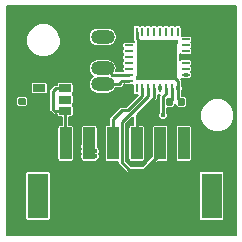
<source format=gbr>
G04 #@! TF.GenerationSoftware,KiCad,Pcbnew,5.0.1-33cea8e~67~ubuntu16.04.1*
G04 #@! TF.CreationDate,2018-10-18T10:52:16-04:00*
G04 #@! TF.ProjectId,IMU Breakout,494D5520427265616B6F75742E6B6963,rev?*
G04 #@! TF.SameCoordinates,Original*
G04 #@! TF.FileFunction,Copper,L1,Top,Signal*
G04 #@! TF.FilePolarity,Positive*
%FSLAX46Y46*%
G04 Gerber Fmt 4.6, Leading zero omitted, Abs format (unit mm)*
G04 Created by KiCad (PCBNEW 5.0.1-33cea8e~67~ubuntu16.04.1) date Thu 18 Oct 2018 10:52:16 AM EDT*
%MOMM*%
%LPD*%
G01*
G04 APERTURE LIST*
G04 #@! TA.AperFunction,Conductor*
%ADD10C,0.100000*%
G04 #@! TD*
G04 #@! TA.AperFunction,SMDPad,CuDef*
%ADD11C,0.590000*%
G04 #@! TD*
G04 #@! TA.AperFunction,SMDPad,CuDef*
%ADD12R,1.000000X2.700000*%
G04 #@! TD*
G04 #@! TA.AperFunction,SMDPad,CuDef*
%ADD13R,1.800000X3.800000*%
G04 #@! TD*
G04 #@! TA.AperFunction,SMDPad,CuDef*
%ADD14R,0.700000X0.250000*%
G04 #@! TD*
G04 #@! TA.AperFunction,SMDPad,CuDef*
%ADD15R,0.250000X0.700000*%
G04 #@! TD*
G04 #@! TA.AperFunction,SMDPad,CuDef*
%ADD16R,3.450000X3.450000*%
G04 #@! TD*
G04 #@! TA.AperFunction,SMDPad,CuDef*
%ADD17R,1.060000X0.650000*%
G04 #@! TD*
G04 #@! TA.AperFunction,SMDPad,CuDef*
%ADD18O,2.000000X1.200000*%
G04 #@! TD*
G04 #@! TA.AperFunction,ViaPad*
%ADD19C,0.400000*%
G04 #@! TD*
G04 #@! TA.AperFunction,Conductor*
%ADD20C,0.250000*%
G04 #@! TD*
G04 #@! TA.AperFunction,Conductor*
%ADD21C,0.127000*%
G04 #@! TD*
G04 APERTURE END LIST*
D10*
G04 #@! TO.N,+3V3*
G04 #@! TO.C,C6*
G36*
X1806958Y-9040710D02*
X1821276Y-9042834D01*
X1835317Y-9046351D01*
X1848946Y-9051228D01*
X1862031Y-9057417D01*
X1874447Y-9064858D01*
X1886073Y-9073481D01*
X1896798Y-9083202D01*
X1906519Y-9093927D01*
X1915142Y-9105553D01*
X1922583Y-9117969D01*
X1928772Y-9131054D01*
X1933649Y-9144683D01*
X1937166Y-9158724D01*
X1939290Y-9173042D01*
X1940000Y-9187500D01*
X1940000Y-9482500D01*
X1939290Y-9496958D01*
X1937166Y-9511276D01*
X1933649Y-9525317D01*
X1928772Y-9538946D01*
X1922583Y-9552031D01*
X1915142Y-9564447D01*
X1906519Y-9576073D01*
X1896798Y-9586798D01*
X1886073Y-9596519D01*
X1874447Y-9605142D01*
X1862031Y-9612583D01*
X1848946Y-9618772D01*
X1835317Y-9623649D01*
X1821276Y-9627166D01*
X1806958Y-9629290D01*
X1792500Y-9630000D01*
X1447500Y-9630000D01*
X1433042Y-9629290D01*
X1418724Y-9627166D01*
X1404683Y-9623649D01*
X1391054Y-9618772D01*
X1377969Y-9612583D01*
X1365553Y-9605142D01*
X1353927Y-9596519D01*
X1343202Y-9586798D01*
X1333481Y-9576073D01*
X1324858Y-9564447D01*
X1317417Y-9552031D01*
X1311228Y-9538946D01*
X1306351Y-9525317D01*
X1302834Y-9511276D01*
X1300710Y-9496958D01*
X1300000Y-9482500D01*
X1300000Y-9187500D01*
X1300710Y-9173042D01*
X1302834Y-9158724D01*
X1306351Y-9144683D01*
X1311228Y-9131054D01*
X1317417Y-9117969D01*
X1324858Y-9105553D01*
X1333481Y-9093927D01*
X1343202Y-9083202D01*
X1353927Y-9073481D01*
X1365553Y-9064858D01*
X1377969Y-9057417D01*
X1391054Y-9051228D01*
X1404683Y-9046351D01*
X1418724Y-9042834D01*
X1433042Y-9040710D01*
X1447500Y-9040000D01*
X1792500Y-9040000D01*
X1806958Y-9040710D01*
X1806958Y-9040710D01*
G37*
D11*
G04 #@! TD*
G04 #@! TO.P,C6,2*
G04 #@! TO.N,+3V3*
X1620000Y-9335000D03*
D10*
G04 #@! TO.N,GND*
G04 #@! TO.C,C6*
G36*
X1806958Y-8070710D02*
X1821276Y-8072834D01*
X1835317Y-8076351D01*
X1848946Y-8081228D01*
X1862031Y-8087417D01*
X1874447Y-8094858D01*
X1886073Y-8103481D01*
X1896798Y-8113202D01*
X1906519Y-8123927D01*
X1915142Y-8135553D01*
X1922583Y-8147969D01*
X1928772Y-8161054D01*
X1933649Y-8174683D01*
X1937166Y-8188724D01*
X1939290Y-8203042D01*
X1940000Y-8217500D01*
X1940000Y-8512500D01*
X1939290Y-8526958D01*
X1937166Y-8541276D01*
X1933649Y-8555317D01*
X1928772Y-8568946D01*
X1922583Y-8582031D01*
X1915142Y-8594447D01*
X1906519Y-8606073D01*
X1896798Y-8616798D01*
X1886073Y-8626519D01*
X1874447Y-8635142D01*
X1862031Y-8642583D01*
X1848946Y-8648772D01*
X1835317Y-8653649D01*
X1821276Y-8657166D01*
X1806958Y-8659290D01*
X1792500Y-8660000D01*
X1447500Y-8660000D01*
X1433042Y-8659290D01*
X1418724Y-8657166D01*
X1404683Y-8653649D01*
X1391054Y-8648772D01*
X1377969Y-8642583D01*
X1365553Y-8635142D01*
X1353927Y-8626519D01*
X1343202Y-8616798D01*
X1333481Y-8606073D01*
X1324858Y-8594447D01*
X1317417Y-8582031D01*
X1311228Y-8568946D01*
X1306351Y-8555317D01*
X1302834Y-8541276D01*
X1300710Y-8526958D01*
X1300000Y-8512500D01*
X1300000Y-8217500D01*
X1300710Y-8203042D01*
X1302834Y-8188724D01*
X1306351Y-8174683D01*
X1311228Y-8161054D01*
X1317417Y-8147969D01*
X1324858Y-8135553D01*
X1333481Y-8123927D01*
X1343202Y-8113202D01*
X1353927Y-8103481D01*
X1365553Y-8094858D01*
X1377969Y-8087417D01*
X1391054Y-8081228D01*
X1404683Y-8076351D01*
X1418724Y-8072834D01*
X1433042Y-8070710D01*
X1447500Y-8070000D01*
X1792500Y-8070000D01*
X1806958Y-8070710D01*
X1806958Y-8070710D01*
G37*
D11*
G04 #@! TD*
G04 #@! TO.P,C6,1*
G04 #@! TO.N,GND*
X1620000Y-8365000D03*
D12*
G04 #@! TO.P,J1,1*
G04 #@! TO.N,+BATT*
X5300000Y-11920000D03*
G04 #@! TO.P,J1,2*
G04 #@! TO.N,GND*
X7300000Y-11920000D03*
G04 #@! TO.P,J1,3*
G04 #@! TO.N,SCK*
X9300000Y-11920000D03*
G04 #@! TO.P,J1,4*
G04 #@! TO.N,MOSI*
X11300000Y-11920000D03*
G04 #@! TO.P,J1,5*
G04 #@! TO.N,MISO*
X13300000Y-11920000D03*
G04 #@! TO.P,J1,6*
G04 #@! TO.N,CS*
X15300000Y-11920000D03*
D13*
G04 #@! TO.P,J1,MP*
G04 #@! TO.N,N/C*
X2950000Y-16370000D03*
X17650000Y-16370000D03*
G04 #@! TD*
D14*
G04 #@! TO.P,U1,1*
G04 #@! TO.N,+3V3*
X15450000Y-6610000D03*
G04 #@! TO.P,U1,2*
G04 #@! TO.N,CS*
X15450000Y-6110000D03*
G04 #@! TO.P,U1,3*
G04 #@! TO.N,N/C*
X15450000Y-5610000D03*
G04 #@! TO.P,U1,4*
X15450000Y-5110000D03*
G04 #@! TO.P,U1,5*
G04 #@! TO.N,+3V3*
X15450000Y-4610000D03*
G04 #@! TO.P,U1,6*
G04 #@! TO.N,N/C*
X15450000Y-4110000D03*
G04 #@! TO.P,U1,7*
X15450000Y-3610000D03*
G04 #@! TO.P,U1,8*
X15450000Y-3110000D03*
D15*
G04 #@! TO.P,U1,9*
X14800000Y-2460000D03*
G04 #@! TO.P,U1,10*
X14300000Y-2460000D03*
G04 #@! TO.P,U1,11*
X13800000Y-2460000D03*
G04 #@! TO.P,U1,12*
X13300000Y-2460000D03*
G04 #@! TO.P,U1,13*
X12800000Y-2460000D03*
G04 #@! TO.P,U1,14*
X12300000Y-2460000D03*
G04 #@! TO.P,U1,15*
X11800000Y-2460000D03*
G04 #@! TO.P,U1,16*
G04 #@! TO.N,GND*
X11300000Y-2460000D03*
D14*
G04 #@! TO.P,U1,17*
G04 #@! TO.N,+3V3*
X10650000Y-3110000D03*
G04 #@! TO.P,U1,18*
G04 #@! TO.N,N/C*
X10650000Y-3610000D03*
G04 #@! TO.P,U1,19*
X10650000Y-4110000D03*
G04 #@! TO.P,U1,20*
X10650000Y-4610000D03*
G04 #@! TO.P,U1,21*
X10650000Y-5110000D03*
G04 #@! TO.P,U1,22*
X10650000Y-5610000D03*
G04 #@! TO.P,U1,23*
G04 #@! TO.N,SWDIO*
X10650000Y-6110000D03*
G04 #@! TO.P,U1,24*
G04 #@! TO.N,SWCLK*
X10650000Y-6610000D03*
D15*
G04 #@! TO.P,U1,25*
G04 #@! TO.N,N/C*
X11300000Y-7260000D03*
G04 #@! TO.P,U1,26*
G04 #@! TO.N,SCK*
X11800000Y-7260000D03*
G04 #@! TO.P,U1,27*
G04 #@! TO.N,MISO*
X12300000Y-7260000D03*
G04 #@! TO.P,U1,28*
G04 #@! TO.N,MOSI*
X12800000Y-7260000D03*
G04 #@! TO.P,U1,29*
G04 #@! TO.N,SCL*
X13300000Y-7260000D03*
G04 #@! TO.P,U1,30*
G04 #@! TO.N,SDA*
X13800000Y-7260000D03*
G04 #@! TO.P,U1,31*
G04 #@! TO.N,Net-(R1-Pad2)*
X14300000Y-7260000D03*
G04 #@! TO.P,U1,32*
G04 #@! TO.N,GND*
X14800000Y-7260000D03*
D16*
G04 #@! TO.P,U1,33*
X13050000Y-4860000D03*
G04 #@! TD*
D17*
G04 #@! TO.P,U3,1*
G04 #@! TO.N,+BATT*
X5250000Y-9150000D03*
G04 #@! TO.P,U3,2*
G04 #@! TO.N,GND*
X5250000Y-8200000D03*
G04 #@! TO.P,U3,3*
G04 #@! TO.N,+BATT*
X5250000Y-7250000D03*
G04 #@! TO.P,U3,4*
G04 #@! TO.N,N/C*
X3050000Y-7250000D03*
G04 #@! TO.P,U3,5*
G04 #@! TO.N,+3V3*
X3050000Y-9150000D03*
G04 #@! TD*
D10*
G04 #@! TO.N,GND*
G04 #@! TO.C,R1*
G36*
X15241958Y-8090710D02*
X15256276Y-8092834D01*
X15270317Y-8096351D01*
X15283946Y-8101228D01*
X15297031Y-8107417D01*
X15309447Y-8114858D01*
X15321073Y-8123481D01*
X15331798Y-8133202D01*
X15341519Y-8143927D01*
X15350142Y-8155553D01*
X15357583Y-8167969D01*
X15363772Y-8181054D01*
X15368649Y-8194683D01*
X15372166Y-8208724D01*
X15374290Y-8223042D01*
X15375000Y-8237500D01*
X15375000Y-8582500D01*
X15374290Y-8596958D01*
X15372166Y-8611276D01*
X15368649Y-8625317D01*
X15363772Y-8638946D01*
X15357583Y-8652031D01*
X15350142Y-8664447D01*
X15341519Y-8676073D01*
X15331798Y-8686798D01*
X15321073Y-8696519D01*
X15309447Y-8705142D01*
X15297031Y-8712583D01*
X15283946Y-8718772D01*
X15270317Y-8723649D01*
X15256276Y-8727166D01*
X15241958Y-8729290D01*
X15227500Y-8730000D01*
X14932500Y-8730000D01*
X14918042Y-8729290D01*
X14903724Y-8727166D01*
X14889683Y-8723649D01*
X14876054Y-8718772D01*
X14862969Y-8712583D01*
X14850553Y-8705142D01*
X14838927Y-8696519D01*
X14828202Y-8686798D01*
X14818481Y-8676073D01*
X14809858Y-8664447D01*
X14802417Y-8652031D01*
X14796228Y-8638946D01*
X14791351Y-8625317D01*
X14787834Y-8611276D01*
X14785710Y-8596958D01*
X14785000Y-8582500D01*
X14785000Y-8237500D01*
X14785710Y-8223042D01*
X14787834Y-8208724D01*
X14791351Y-8194683D01*
X14796228Y-8181054D01*
X14802417Y-8167969D01*
X14809858Y-8155553D01*
X14818481Y-8143927D01*
X14828202Y-8133202D01*
X14838927Y-8123481D01*
X14850553Y-8114858D01*
X14862969Y-8107417D01*
X14876054Y-8101228D01*
X14889683Y-8096351D01*
X14903724Y-8092834D01*
X14918042Y-8090710D01*
X14932500Y-8090000D01*
X15227500Y-8090000D01*
X15241958Y-8090710D01*
X15241958Y-8090710D01*
G37*
D11*
G04 #@! TD*
G04 #@! TO.P,R1,1*
G04 #@! TO.N,GND*
X15080000Y-8410000D03*
D10*
G04 #@! TO.N,Net-(R1-Pad2)*
G04 #@! TO.C,R1*
G36*
X14271958Y-8090710D02*
X14286276Y-8092834D01*
X14300317Y-8096351D01*
X14313946Y-8101228D01*
X14327031Y-8107417D01*
X14339447Y-8114858D01*
X14351073Y-8123481D01*
X14361798Y-8133202D01*
X14371519Y-8143927D01*
X14380142Y-8155553D01*
X14387583Y-8167969D01*
X14393772Y-8181054D01*
X14398649Y-8194683D01*
X14402166Y-8208724D01*
X14404290Y-8223042D01*
X14405000Y-8237500D01*
X14405000Y-8582500D01*
X14404290Y-8596958D01*
X14402166Y-8611276D01*
X14398649Y-8625317D01*
X14393772Y-8638946D01*
X14387583Y-8652031D01*
X14380142Y-8664447D01*
X14371519Y-8676073D01*
X14361798Y-8686798D01*
X14351073Y-8696519D01*
X14339447Y-8705142D01*
X14327031Y-8712583D01*
X14313946Y-8718772D01*
X14300317Y-8723649D01*
X14286276Y-8727166D01*
X14271958Y-8729290D01*
X14257500Y-8730000D01*
X13962500Y-8730000D01*
X13948042Y-8729290D01*
X13933724Y-8727166D01*
X13919683Y-8723649D01*
X13906054Y-8718772D01*
X13892969Y-8712583D01*
X13880553Y-8705142D01*
X13868927Y-8696519D01*
X13858202Y-8686798D01*
X13848481Y-8676073D01*
X13839858Y-8664447D01*
X13832417Y-8652031D01*
X13826228Y-8638946D01*
X13821351Y-8625317D01*
X13817834Y-8611276D01*
X13815710Y-8596958D01*
X13815000Y-8582500D01*
X13815000Y-8237500D01*
X13815710Y-8223042D01*
X13817834Y-8208724D01*
X13821351Y-8194683D01*
X13826228Y-8181054D01*
X13832417Y-8167969D01*
X13839858Y-8155553D01*
X13848481Y-8143927D01*
X13858202Y-8133202D01*
X13868927Y-8123481D01*
X13880553Y-8114858D01*
X13892969Y-8107417D01*
X13906054Y-8101228D01*
X13919683Y-8096351D01*
X13933724Y-8092834D01*
X13948042Y-8090710D01*
X13962500Y-8090000D01*
X14257500Y-8090000D01*
X14271958Y-8090710D01*
X14271958Y-8090710D01*
G37*
D11*
G04 #@! TD*
G04 #@! TO.P,R1,2*
G04 #@! TO.N,Net-(R1-Pad2)*
X14110000Y-8410000D03*
D18*
G04 #@! TO.P,J2,1*
G04 #@! TO.N,SWCLK*
X8440000Y-6910000D03*
G04 #@! TO.P,J2,2*
G04 #@! TO.N,SWDIO*
X8440000Y-5570000D03*
G04 #@! TO.P,J2,3*
G04 #@! TO.N,+3V3*
X8440000Y-4250000D03*
G04 #@! TO.P,J2,4*
G04 #@! TO.N,GND*
X8440000Y-2910000D03*
G04 #@! TD*
D19*
G04 #@! TO.N,GND*
X7370000Y-12180000D03*
X6910000Y-12180000D03*
X6910000Y-12600000D03*
X7360000Y-12600000D03*
X7780000Y-12590000D03*
X7800000Y-13010000D03*
X7390000Y-13010000D03*
X6930000Y-13010000D03*
X1630000Y-8340000D03*
X5250000Y-8190000D03*
X14560000Y-6370000D03*
X11460000Y-6410000D03*
X13160000Y-4670000D03*
X14620000Y-3320000D03*
X11510000Y-3340000D03*
X15080000Y-8410000D03*
X14800000Y-7260000D03*
X8440000Y-2910000D03*
G04 #@! TO.N,+BATT*
X5280000Y-9180000D03*
G04 #@! TO.N,+3V3*
X8250000Y-11650000D03*
X7600000Y-9760000D03*
X10230000Y-8350000D03*
X6710000Y-9790000D03*
G04 #@! TO.N,CS*
X15450000Y-6110000D03*
X15300000Y-11920000D03*
G04 #@! TO.N,SCL*
X13300000Y-7260000D03*
G04 #@! TO.N,SDA*
X13530000Y-9550000D03*
G04 #@! TD*
D20*
G04 #@! TO.N,GND*
X14800000Y-8130000D02*
X15080000Y-8410000D01*
X14800000Y-7260000D02*
X14800000Y-7260000D01*
X15080000Y-8410000D02*
X15080000Y-8410000D01*
X14800000Y-7260000D02*
X14800000Y-8130000D01*
X11300000Y-3110000D02*
X13050000Y-4860000D01*
X11300000Y-2460000D02*
X11300000Y-3110000D01*
X14800000Y-6610000D02*
X13050000Y-4860000D01*
X14800000Y-7260000D02*
X14800000Y-6610000D01*
G04 #@! TO.N,+BATT*
X4470000Y-7250000D02*
X4220000Y-7500000D01*
X5250000Y-7250000D02*
X4470000Y-7250000D01*
X4220000Y-7500000D02*
X4220000Y-9020000D01*
X4350000Y-9150000D02*
X5250000Y-9150000D01*
X4220000Y-9020000D02*
X4350000Y-9150000D01*
X5280000Y-11900000D02*
X5300000Y-11920000D01*
X5280000Y-9180000D02*
X5280000Y-11900000D01*
G04 #@! TO.N,SCK*
X11800000Y-7860000D02*
X10550000Y-9110000D01*
X11800000Y-7260000D02*
X11800000Y-7860000D01*
X10550000Y-9110000D02*
X10070000Y-9110000D01*
X9300000Y-9880000D02*
X9300000Y-11920000D01*
X10070000Y-9110000D02*
X9300000Y-9880000D01*
G04 #@! TO.N,MOSI*
X12800000Y-7260000D02*
X12800000Y-8030000D01*
X11300000Y-9530000D02*
X11300000Y-11920000D01*
X12800000Y-8030000D02*
X11300000Y-9530000D01*
G04 #@! TO.N,MISO*
X13300000Y-12770000D02*
X13300000Y-11920000D01*
X11940000Y-14130000D02*
X13300000Y-12770000D01*
X10660000Y-14130000D02*
X11940000Y-14130000D01*
X12300000Y-7260000D02*
X12300000Y-7893172D01*
X10052001Y-10141171D02*
X10052001Y-13522001D01*
X12300000Y-7893172D02*
X10052001Y-10141171D01*
X10052001Y-13522001D02*
X10660000Y-14130000D01*
G04 #@! TO.N,SDA*
X13800000Y-7260000D02*
X13800000Y-7680000D01*
X13800000Y-7680000D02*
X13530000Y-7950000D01*
X13530000Y-7950000D02*
X13530000Y-9550000D01*
G04 #@! TO.N,Net-(R1-Pad2)*
X14300000Y-8220000D02*
X14300000Y-7260000D01*
X14110000Y-8410000D02*
X14300000Y-8220000D01*
G04 #@! TO.N,SWCLK*
X8440000Y-6910000D02*
X9930000Y-6910000D01*
X10050000Y-6610000D02*
X10650000Y-6610000D01*
X9930000Y-6730000D02*
X10050000Y-6610000D01*
X9930000Y-6910000D02*
X9930000Y-6730000D01*
G04 #@! TO.N,SWDIO*
X9244924Y-6110000D02*
X10050000Y-6110000D01*
X10050000Y-6110000D02*
X10650000Y-6110000D01*
X8704924Y-5570000D02*
X9244924Y-6110000D01*
X8440000Y-5570000D02*
X8704924Y-5570000D01*
G04 #@! TD*
D21*
G04 #@! TO.N,+3V3*
G36*
X19709501Y-19709500D02*
X290500Y-19709500D01*
X290500Y-14470000D01*
X1855768Y-14470000D01*
X1855768Y-18270000D01*
X1870553Y-18344329D01*
X1912657Y-18407343D01*
X1975671Y-18449447D01*
X2050000Y-18464232D01*
X3850000Y-18464232D01*
X3924329Y-18449447D01*
X3987343Y-18407343D01*
X4029447Y-18344329D01*
X4044232Y-18270000D01*
X4044232Y-14470000D01*
X16555768Y-14470000D01*
X16555768Y-18270000D01*
X16570553Y-18344329D01*
X16612657Y-18407343D01*
X16675671Y-18449447D01*
X16750000Y-18464232D01*
X18550000Y-18464232D01*
X18624329Y-18449447D01*
X18687343Y-18407343D01*
X18729447Y-18344329D01*
X18744232Y-18270000D01*
X18744232Y-14470000D01*
X18729447Y-14395671D01*
X18687343Y-14332657D01*
X18624329Y-14290553D01*
X18550000Y-14275768D01*
X16750000Y-14275768D01*
X16675671Y-14290553D01*
X16612657Y-14332657D01*
X16570553Y-14395671D01*
X16555768Y-14470000D01*
X4044232Y-14470000D01*
X4029447Y-14395671D01*
X3987343Y-14332657D01*
X3924329Y-14290553D01*
X3850000Y-14275768D01*
X2050000Y-14275768D01*
X1975671Y-14290553D01*
X1912657Y-14332657D01*
X1870553Y-14395671D01*
X1855768Y-14470000D01*
X290500Y-14470000D01*
X290500Y-8217500D01*
X1105768Y-8217500D01*
X1105768Y-8512500D01*
X1131781Y-8643275D01*
X1205859Y-8754141D01*
X1316725Y-8828219D01*
X1447500Y-8854232D01*
X1792500Y-8854232D01*
X1923275Y-8828219D01*
X2034141Y-8754141D01*
X2108219Y-8643275D01*
X2134232Y-8512500D01*
X2134232Y-8217500D01*
X2108219Y-8086725D01*
X2034141Y-7975859D01*
X1923275Y-7901781D01*
X1792500Y-7875768D01*
X1447500Y-7875768D01*
X1316725Y-7901781D01*
X1205859Y-7975859D01*
X1131781Y-8086725D01*
X1105768Y-8217500D01*
X290500Y-8217500D01*
X290500Y-6925000D01*
X2325768Y-6925000D01*
X2325768Y-7575000D01*
X2340553Y-7649329D01*
X2382657Y-7712343D01*
X2445671Y-7754447D01*
X2520000Y-7769232D01*
X3580000Y-7769232D01*
X3654329Y-7754447D01*
X3717343Y-7712343D01*
X3759447Y-7649329D01*
X3774232Y-7575000D01*
X3774232Y-7500000D01*
X3898319Y-7500000D01*
X3904500Y-7531073D01*
X3904501Y-8988922D01*
X3898319Y-9020000D01*
X3922806Y-9143101D01*
X3933764Y-9159500D01*
X3992538Y-9247463D01*
X4018880Y-9265064D01*
X4104934Y-9351118D01*
X4122537Y-9377463D01*
X4203681Y-9431681D01*
X4226898Y-9447194D01*
X4350000Y-9471681D01*
X4381073Y-9465500D01*
X4525768Y-9465500D01*
X4525768Y-9475000D01*
X4540553Y-9549329D01*
X4582657Y-9612343D01*
X4645671Y-9654447D01*
X4720000Y-9669232D01*
X4964500Y-9669232D01*
X4964500Y-10375768D01*
X4800000Y-10375768D01*
X4725671Y-10390553D01*
X4662657Y-10432657D01*
X4620553Y-10495671D01*
X4605768Y-10570000D01*
X4605768Y-13270000D01*
X4620553Y-13344329D01*
X4662657Y-13407343D01*
X4725671Y-13449447D01*
X4800000Y-13464232D01*
X5800000Y-13464232D01*
X5874329Y-13449447D01*
X5937343Y-13407343D01*
X5979447Y-13344329D01*
X5994232Y-13270000D01*
X5994232Y-12102325D01*
X6519500Y-12102325D01*
X6519500Y-12257675D01*
X6574311Y-12390000D01*
X6519500Y-12522325D01*
X6519500Y-12677675D01*
X6578950Y-12821200D01*
X6583602Y-12825852D01*
X6539500Y-12932325D01*
X6539500Y-13087675D01*
X6598950Y-13231200D01*
X6605768Y-13238018D01*
X6605768Y-13270000D01*
X6620553Y-13344329D01*
X6662657Y-13407343D01*
X6725671Y-13449447D01*
X6800000Y-13464232D01*
X7800000Y-13464232D01*
X7874329Y-13449447D01*
X7937343Y-13407343D01*
X7966498Y-13363708D01*
X8021200Y-13341050D01*
X8131050Y-13231200D01*
X8190500Y-13087675D01*
X8190500Y-12932325D01*
X8131050Y-12788800D01*
X8123469Y-12781219D01*
X8170500Y-12667675D01*
X8170500Y-12512325D01*
X8111050Y-12368800D01*
X8001200Y-12258950D01*
X7994232Y-12256064D01*
X7994232Y-10570000D01*
X7979447Y-10495671D01*
X7937343Y-10432657D01*
X7874329Y-10390553D01*
X7800000Y-10375768D01*
X6800000Y-10375768D01*
X6725671Y-10390553D01*
X6662657Y-10432657D01*
X6620553Y-10495671D01*
X6605768Y-10570000D01*
X6605768Y-11931982D01*
X6578950Y-11958800D01*
X6519500Y-12102325D01*
X5994232Y-12102325D01*
X5994232Y-10570000D01*
X5979447Y-10495671D01*
X5937343Y-10432657D01*
X5874329Y-10390553D01*
X5800000Y-10375768D01*
X5595500Y-10375768D01*
X5595500Y-9669232D01*
X5780000Y-9669232D01*
X5854329Y-9654447D01*
X5917343Y-9612343D01*
X5959447Y-9549329D01*
X5974232Y-9475000D01*
X5974232Y-8825000D01*
X5959447Y-8750671D01*
X5917343Y-8687657D01*
X5898400Y-8675000D01*
X5917343Y-8662343D01*
X5959447Y-8599329D01*
X5974232Y-8525000D01*
X5974232Y-7875000D01*
X5959447Y-7800671D01*
X5917343Y-7737657D01*
X5898400Y-7725000D01*
X5917343Y-7712343D01*
X5959447Y-7649329D01*
X5974232Y-7575000D01*
X5974232Y-6925000D01*
X5959447Y-6850671D01*
X5917343Y-6787657D01*
X5854329Y-6745553D01*
X5780000Y-6730768D01*
X4720000Y-6730768D01*
X4645671Y-6745553D01*
X4582657Y-6787657D01*
X4540553Y-6850671D01*
X4525768Y-6925000D01*
X4525768Y-6934500D01*
X4501067Y-6934500D01*
X4469999Y-6928320D01*
X4438931Y-6934500D01*
X4438927Y-6934500D01*
X4346898Y-6952806D01*
X4242537Y-7022537D01*
X4224934Y-7048882D01*
X4018882Y-7254934D01*
X3992537Y-7272537D01*
X3925343Y-7373102D01*
X3922806Y-7376899D01*
X3898319Y-7500000D01*
X3774232Y-7500000D01*
X3774232Y-6925000D01*
X3759447Y-6850671D01*
X3717343Y-6787657D01*
X3654329Y-6745553D01*
X3580000Y-6730768D01*
X2520000Y-6730768D01*
X2445671Y-6745553D01*
X2382657Y-6787657D01*
X2340553Y-6850671D01*
X2325768Y-6925000D01*
X290500Y-6925000D01*
X290500Y-5570000D01*
X7234014Y-5570000D01*
X7295366Y-5878437D01*
X7470082Y-6139918D01*
X7619865Y-6240000D01*
X7470082Y-6340082D01*
X7295366Y-6601563D01*
X7234014Y-6910000D01*
X7295366Y-7218437D01*
X7470082Y-7479918D01*
X7731563Y-7654634D01*
X7962147Y-7700500D01*
X8917853Y-7700500D01*
X9148437Y-7654634D01*
X9409918Y-7479918D01*
X9579915Y-7225500D01*
X9898927Y-7225500D01*
X9930000Y-7231681D01*
X9961073Y-7225500D01*
X10053102Y-7207194D01*
X10157463Y-7137463D01*
X10227194Y-7033102D01*
X10248598Y-6925500D01*
X10281238Y-6925500D01*
X10300000Y-6929232D01*
X10980768Y-6929232D01*
X10980768Y-7610000D01*
X10995553Y-7684329D01*
X11037657Y-7747343D01*
X11100671Y-7789447D01*
X11175000Y-7804232D01*
X11409583Y-7804232D01*
X10419316Y-8794500D01*
X10101067Y-8794500D01*
X10069999Y-8788320D01*
X10038931Y-8794500D01*
X10038927Y-8794500D01*
X9946898Y-8812806D01*
X9842537Y-8882537D01*
X9824934Y-8908882D01*
X9098882Y-9634934D01*
X9072537Y-9652537D01*
X9054936Y-9678880D01*
X9002806Y-9756899D01*
X8978319Y-9880000D01*
X8984500Y-9911073D01*
X8984500Y-10375768D01*
X8800000Y-10375768D01*
X8725671Y-10390553D01*
X8662657Y-10432657D01*
X8620553Y-10495671D01*
X8605768Y-10570000D01*
X8605768Y-13270000D01*
X8620553Y-13344329D01*
X8662657Y-13407343D01*
X8725671Y-13449447D01*
X8800000Y-13464232D01*
X9736502Y-13464232D01*
X9736502Y-13490923D01*
X9730320Y-13522001D01*
X9754807Y-13645102D01*
X9754808Y-13645103D01*
X9824539Y-13749464D01*
X9850881Y-13767065D01*
X10414934Y-14331118D01*
X10432537Y-14357463D01*
X10536898Y-14427194D01*
X10628927Y-14445500D01*
X10628931Y-14445500D01*
X10659999Y-14451680D01*
X10691067Y-14445500D01*
X11908927Y-14445500D01*
X11940000Y-14451681D01*
X11971073Y-14445500D01*
X12063102Y-14427194D01*
X12167463Y-14357463D01*
X12185066Y-14331118D01*
X13051952Y-13464232D01*
X13800000Y-13464232D01*
X13874329Y-13449447D01*
X13937343Y-13407343D01*
X13979447Y-13344329D01*
X13994232Y-13270000D01*
X13994232Y-10570000D01*
X14605768Y-10570000D01*
X14605768Y-13270000D01*
X14620553Y-13344329D01*
X14662657Y-13407343D01*
X14725671Y-13449447D01*
X14800000Y-13464232D01*
X15800000Y-13464232D01*
X15874329Y-13449447D01*
X15937343Y-13407343D01*
X15979447Y-13344329D01*
X15994232Y-13270000D01*
X15994232Y-10570000D01*
X15979447Y-10495671D01*
X15937343Y-10432657D01*
X15874329Y-10390553D01*
X15800000Y-10375768D01*
X14800000Y-10375768D01*
X14725671Y-10390553D01*
X14662657Y-10432657D01*
X14620553Y-10495671D01*
X14605768Y-10570000D01*
X13994232Y-10570000D01*
X13979447Y-10495671D01*
X13937343Y-10432657D01*
X13874329Y-10390553D01*
X13800000Y-10375768D01*
X12800000Y-10375768D01*
X12725671Y-10390553D01*
X12662657Y-10432657D01*
X12620553Y-10495671D01*
X12605768Y-10570000D01*
X12605768Y-13018048D01*
X11809316Y-13814500D01*
X10790684Y-13814500D01*
X10367501Y-13391317D01*
X10367501Y-10271855D01*
X10984500Y-9654856D01*
X10984500Y-10375768D01*
X10800000Y-10375768D01*
X10725671Y-10390553D01*
X10662657Y-10432657D01*
X10620553Y-10495671D01*
X10605768Y-10570000D01*
X10605768Y-13270000D01*
X10620553Y-13344329D01*
X10662657Y-13407343D01*
X10725671Y-13449447D01*
X10800000Y-13464232D01*
X11800000Y-13464232D01*
X11874329Y-13449447D01*
X11937343Y-13407343D01*
X11979447Y-13344329D01*
X11994232Y-13270000D01*
X11994232Y-10570000D01*
X11979447Y-10495671D01*
X11937343Y-10432657D01*
X11874329Y-10390553D01*
X11800000Y-10375768D01*
X11615500Y-10375768D01*
X11615500Y-9660684D01*
X13001118Y-8275066D01*
X13027463Y-8257463D01*
X13097194Y-8153102D01*
X13115500Y-8061073D01*
X13121681Y-8030001D01*
X13115500Y-7998929D01*
X13115500Y-7792397D01*
X13175000Y-7804232D01*
X13247951Y-7804232D01*
X13232807Y-7826898D01*
X13232806Y-7826899D01*
X13208319Y-7950000D01*
X13214500Y-7981073D01*
X13214501Y-9313249D01*
X13198950Y-9328800D01*
X13139500Y-9472325D01*
X13139500Y-9627675D01*
X13198950Y-9771200D01*
X13308800Y-9881050D01*
X13452325Y-9940500D01*
X13607675Y-9940500D01*
X13751200Y-9881050D01*
X13861050Y-9771200D01*
X13920500Y-9627675D01*
X13920500Y-9472325D01*
X13861050Y-9328800D01*
X13845500Y-9313250D01*
X13845500Y-9253467D01*
X16709500Y-9253467D01*
X16709500Y-9826533D01*
X16928803Y-10355978D01*
X17334022Y-10761197D01*
X17863467Y-10980500D01*
X18436533Y-10980500D01*
X18965978Y-10761197D01*
X19371197Y-10355978D01*
X19590500Y-9826533D01*
X19590500Y-9253467D01*
X19371197Y-8724022D01*
X18965978Y-8318803D01*
X18436533Y-8099500D01*
X17863467Y-8099500D01*
X17334022Y-8318803D01*
X16928803Y-8724022D01*
X16709500Y-9253467D01*
X13845500Y-9253467D01*
X13845500Y-8900959D01*
X13962500Y-8924232D01*
X14257500Y-8924232D01*
X14388275Y-8898219D01*
X14499141Y-8824141D01*
X14573219Y-8713275D01*
X14595000Y-8603776D01*
X14616781Y-8713275D01*
X14690859Y-8824141D01*
X14801725Y-8898219D01*
X14932500Y-8924232D01*
X15227500Y-8924232D01*
X15358275Y-8898219D01*
X15469141Y-8824141D01*
X15543219Y-8713275D01*
X15569232Y-8582500D01*
X15569232Y-8237500D01*
X15543219Y-8106725D01*
X15469141Y-7995859D01*
X15358275Y-7921781D01*
X15227500Y-7895768D01*
X15115500Y-7895768D01*
X15115500Y-7628762D01*
X15119232Y-7610000D01*
X15119232Y-7493018D01*
X15131050Y-7481200D01*
X15190500Y-7337675D01*
X15190500Y-7182325D01*
X15131050Y-7038800D01*
X15119232Y-7026982D01*
X15119232Y-6910000D01*
X15115500Y-6891238D01*
X15115500Y-6641073D01*
X15121681Y-6610000D01*
X15097194Y-6486898D01*
X15052327Y-6419749D01*
X15100000Y-6429232D01*
X15216982Y-6429232D01*
X15228800Y-6441050D01*
X15372325Y-6500500D01*
X15527675Y-6500500D01*
X15671200Y-6441050D01*
X15683018Y-6429232D01*
X15800000Y-6429232D01*
X15874329Y-6414447D01*
X15937343Y-6372343D01*
X15979447Y-6309329D01*
X15994232Y-6235000D01*
X15994232Y-5985000D01*
X15979447Y-5910671D01*
X15945590Y-5860000D01*
X15979447Y-5809329D01*
X15994232Y-5735000D01*
X15994232Y-5485000D01*
X15979447Y-5410671D01*
X15945590Y-5360000D01*
X15979447Y-5309329D01*
X15994232Y-5235000D01*
X15994232Y-4985000D01*
X15979447Y-4910671D01*
X15937343Y-4847657D01*
X15874329Y-4805553D01*
X15800000Y-4790768D01*
X15100000Y-4790768D01*
X15025671Y-4805553D01*
X14969232Y-4843264D01*
X14969232Y-4376736D01*
X15025671Y-4414447D01*
X15100000Y-4429232D01*
X15800000Y-4429232D01*
X15874329Y-4414447D01*
X15937343Y-4372343D01*
X15979447Y-4309329D01*
X15994232Y-4235000D01*
X15994232Y-3985000D01*
X15979447Y-3910671D01*
X15945590Y-3860000D01*
X15979447Y-3809329D01*
X15994232Y-3735000D01*
X15994232Y-3485000D01*
X15979447Y-3410671D01*
X15945590Y-3360000D01*
X15979447Y-3309329D01*
X15994232Y-3235000D01*
X15994232Y-2985000D01*
X15979447Y-2910671D01*
X15937343Y-2847657D01*
X15874329Y-2805553D01*
X15800000Y-2790768D01*
X15119232Y-2790768D01*
X15119232Y-2110000D01*
X15104447Y-2035671D01*
X15062343Y-1972657D01*
X14999329Y-1930553D01*
X14925000Y-1915768D01*
X14675000Y-1915768D01*
X14600671Y-1930553D01*
X14550000Y-1964410D01*
X14499329Y-1930553D01*
X14425000Y-1915768D01*
X14175000Y-1915768D01*
X14100671Y-1930553D01*
X14050000Y-1964410D01*
X13999329Y-1930553D01*
X13925000Y-1915768D01*
X13675000Y-1915768D01*
X13600671Y-1930553D01*
X13550000Y-1964410D01*
X13499329Y-1930553D01*
X13425000Y-1915768D01*
X13175000Y-1915768D01*
X13100671Y-1930553D01*
X13050000Y-1964410D01*
X12999329Y-1930553D01*
X12925000Y-1915768D01*
X12675000Y-1915768D01*
X12600671Y-1930553D01*
X12550000Y-1964410D01*
X12499329Y-1930553D01*
X12425000Y-1915768D01*
X12175000Y-1915768D01*
X12100671Y-1930553D01*
X12050000Y-1964410D01*
X11999329Y-1930553D01*
X11925000Y-1915768D01*
X11675000Y-1915768D01*
X11600671Y-1930553D01*
X11550000Y-1964410D01*
X11499329Y-1930553D01*
X11425000Y-1915768D01*
X11175000Y-1915768D01*
X11100671Y-1930553D01*
X11037657Y-1972657D01*
X10995553Y-2035671D01*
X10980768Y-2110000D01*
X10980768Y-2810000D01*
X10984501Y-2828765D01*
X10984501Y-3078922D01*
X10978319Y-3110000D01*
X11002806Y-3233101D01*
X11047674Y-3300251D01*
X11000000Y-3290768D01*
X10300000Y-3290768D01*
X10225671Y-3305553D01*
X10162657Y-3347657D01*
X10120553Y-3410671D01*
X10105768Y-3485000D01*
X10105768Y-3735000D01*
X10120553Y-3809329D01*
X10154410Y-3860000D01*
X10120553Y-3910671D01*
X10105768Y-3985000D01*
X10105768Y-4235000D01*
X10120553Y-4309329D01*
X10154410Y-4360000D01*
X10120553Y-4410671D01*
X10105768Y-4485000D01*
X10105768Y-4735000D01*
X10120553Y-4809329D01*
X10154410Y-4860000D01*
X10120553Y-4910671D01*
X10105768Y-4985000D01*
X10105768Y-5235000D01*
X10120553Y-5309329D01*
X10154410Y-5360000D01*
X10120553Y-5410671D01*
X10105768Y-5485000D01*
X10105768Y-5735000D01*
X10117603Y-5794500D01*
X9601330Y-5794500D01*
X9645986Y-5570000D01*
X9584634Y-5261563D01*
X9409918Y-5000082D01*
X9148437Y-4825366D01*
X8917853Y-4779500D01*
X7962147Y-4779500D01*
X7731563Y-4825366D01*
X7470082Y-5000082D01*
X7295366Y-5261563D01*
X7234014Y-5570000D01*
X290500Y-5570000D01*
X290500Y-2913467D01*
X1979500Y-2913467D01*
X1979500Y-3486533D01*
X2198803Y-4015978D01*
X2604022Y-4421197D01*
X3133467Y-4640500D01*
X3706533Y-4640500D01*
X4235978Y-4421197D01*
X4641197Y-4015978D01*
X4860500Y-3486533D01*
X4860500Y-2913467D01*
X4859064Y-2910000D01*
X7234014Y-2910000D01*
X7295366Y-3218437D01*
X7470082Y-3479918D01*
X7731563Y-3654634D01*
X7962147Y-3700500D01*
X8917853Y-3700500D01*
X9148437Y-3654634D01*
X9409918Y-3479918D01*
X9584634Y-3218437D01*
X9645986Y-2910000D01*
X9584634Y-2601563D01*
X9409918Y-2340082D01*
X9148437Y-2165366D01*
X8917853Y-2119500D01*
X7962147Y-2119500D01*
X7731563Y-2165366D01*
X7470082Y-2340082D01*
X7295366Y-2601563D01*
X7234014Y-2910000D01*
X4859064Y-2910000D01*
X4641197Y-2384022D01*
X4235978Y-1978803D01*
X3706533Y-1759500D01*
X3133467Y-1759500D01*
X2604022Y-1978803D01*
X2198803Y-2384022D01*
X1979500Y-2913467D01*
X290500Y-2913467D01*
X290500Y-290500D01*
X19709500Y-290500D01*
X19709501Y-19709500D01*
X19709501Y-19709500D01*
G37*
X19709501Y-19709500D02*
X290500Y-19709500D01*
X290500Y-14470000D01*
X1855768Y-14470000D01*
X1855768Y-18270000D01*
X1870553Y-18344329D01*
X1912657Y-18407343D01*
X1975671Y-18449447D01*
X2050000Y-18464232D01*
X3850000Y-18464232D01*
X3924329Y-18449447D01*
X3987343Y-18407343D01*
X4029447Y-18344329D01*
X4044232Y-18270000D01*
X4044232Y-14470000D01*
X16555768Y-14470000D01*
X16555768Y-18270000D01*
X16570553Y-18344329D01*
X16612657Y-18407343D01*
X16675671Y-18449447D01*
X16750000Y-18464232D01*
X18550000Y-18464232D01*
X18624329Y-18449447D01*
X18687343Y-18407343D01*
X18729447Y-18344329D01*
X18744232Y-18270000D01*
X18744232Y-14470000D01*
X18729447Y-14395671D01*
X18687343Y-14332657D01*
X18624329Y-14290553D01*
X18550000Y-14275768D01*
X16750000Y-14275768D01*
X16675671Y-14290553D01*
X16612657Y-14332657D01*
X16570553Y-14395671D01*
X16555768Y-14470000D01*
X4044232Y-14470000D01*
X4029447Y-14395671D01*
X3987343Y-14332657D01*
X3924329Y-14290553D01*
X3850000Y-14275768D01*
X2050000Y-14275768D01*
X1975671Y-14290553D01*
X1912657Y-14332657D01*
X1870553Y-14395671D01*
X1855768Y-14470000D01*
X290500Y-14470000D01*
X290500Y-8217500D01*
X1105768Y-8217500D01*
X1105768Y-8512500D01*
X1131781Y-8643275D01*
X1205859Y-8754141D01*
X1316725Y-8828219D01*
X1447500Y-8854232D01*
X1792500Y-8854232D01*
X1923275Y-8828219D01*
X2034141Y-8754141D01*
X2108219Y-8643275D01*
X2134232Y-8512500D01*
X2134232Y-8217500D01*
X2108219Y-8086725D01*
X2034141Y-7975859D01*
X1923275Y-7901781D01*
X1792500Y-7875768D01*
X1447500Y-7875768D01*
X1316725Y-7901781D01*
X1205859Y-7975859D01*
X1131781Y-8086725D01*
X1105768Y-8217500D01*
X290500Y-8217500D01*
X290500Y-6925000D01*
X2325768Y-6925000D01*
X2325768Y-7575000D01*
X2340553Y-7649329D01*
X2382657Y-7712343D01*
X2445671Y-7754447D01*
X2520000Y-7769232D01*
X3580000Y-7769232D01*
X3654329Y-7754447D01*
X3717343Y-7712343D01*
X3759447Y-7649329D01*
X3774232Y-7575000D01*
X3774232Y-7500000D01*
X3898319Y-7500000D01*
X3904500Y-7531073D01*
X3904501Y-8988922D01*
X3898319Y-9020000D01*
X3922806Y-9143101D01*
X3933764Y-9159500D01*
X3992538Y-9247463D01*
X4018880Y-9265064D01*
X4104934Y-9351118D01*
X4122537Y-9377463D01*
X4203681Y-9431681D01*
X4226898Y-9447194D01*
X4350000Y-9471681D01*
X4381073Y-9465500D01*
X4525768Y-9465500D01*
X4525768Y-9475000D01*
X4540553Y-9549329D01*
X4582657Y-9612343D01*
X4645671Y-9654447D01*
X4720000Y-9669232D01*
X4964500Y-9669232D01*
X4964500Y-10375768D01*
X4800000Y-10375768D01*
X4725671Y-10390553D01*
X4662657Y-10432657D01*
X4620553Y-10495671D01*
X4605768Y-10570000D01*
X4605768Y-13270000D01*
X4620553Y-13344329D01*
X4662657Y-13407343D01*
X4725671Y-13449447D01*
X4800000Y-13464232D01*
X5800000Y-13464232D01*
X5874329Y-13449447D01*
X5937343Y-13407343D01*
X5979447Y-13344329D01*
X5994232Y-13270000D01*
X5994232Y-12102325D01*
X6519500Y-12102325D01*
X6519500Y-12257675D01*
X6574311Y-12390000D01*
X6519500Y-12522325D01*
X6519500Y-12677675D01*
X6578950Y-12821200D01*
X6583602Y-12825852D01*
X6539500Y-12932325D01*
X6539500Y-13087675D01*
X6598950Y-13231200D01*
X6605768Y-13238018D01*
X6605768Y-13270000D01*
X6620553Y-13344329D01*
X6662657Y-13407343D01*
X6725671Y-13449447D01*
X6800000Y-13464232D01*
X7800000Y-13464232D01*
X7874329Y-13449447D01*
X7937343Y-13407343D01*
X7966498Y-13363708D01*
X8021200Y-13341050D01*
X8131050Y-13231200D01*
X8190500Y-13087675D01*
X8190500Y-12932325D01*
X8131050Y-12788800D01*
X8123469Y-12781219D01*
X8170500Y-12667675D01*
X8170500Y-12512325D01*
X8111050Y-12368800D01*
X8001200Y-12258950D01*
X7994232Y-12256064D01*
X7994232Y-10570000D01*
X7979447Y-10495671D01*
X7937343Y-10432657D01*
X7874329Y-10390553D01*
X7800000Y-10375768D01*
X6800000Y-10375768D01*
X6725671Y-10390553D01*
X6662657Y-10432657D01*
X6620553Y-10495671D01*
X6605768Y-10570000D01*
X6605768Y-11931982D01*
X6578950Y-11958800D01*
X6519500Y-12102325D01*
X5994232Y-12102325D01*
X5994232Y-10570000D01*
X5979447Y-10495671D01*
X5937343Y-10432657D01*
X5874329Y-10390553D01*
X5800000Y-10375768D01*
X5595500Y-10375768D01*
X5595500Y-9669232D01*
X5780000Y-9669232D01*
X5854329Y-9654447D01*
X5917343Y-9612343D01*
X5959447Y-9549329D01*
X5974232Y-9475000D01*
X5974232Y-8825000D01*
X5959447Y-8750671D01*
X5917343Y-8687657D01*
X5898400Y-8675000D01*
X5917343Y-8662343D01*
X5959447Y-8599329D01*
X5974232Y-8525000D01*
X5974232Y-7875000D01*
X5959447Y-7800671D01*
X5917343Y-7737657D01*
X5898400Y-7725000D01*
X5917343Y-7712343D01*
X5959447Y-7649329D01*
X5974232Y-7575000D01*
X5974232Y-6925000D01*
X5959447Y-6850671D01*
X5917343Y-6787657D01*
X5854329Y-6745553D01*
X5780000Y-6730768D01*
X4720000Y-6730768D01*
X4645671Y-6745553D01*
X4582657Y-6787657D01*
X4540553Y-6850671D01*
X4525768Y-6925000D01*
X4525768Y-6934500D01*
X4501067Y-6934500D01*
X4469999Y-6928320D01*
X4438931Y-6934500D01*
X4438927Y-6934500D01*
X4346898Y-6952806D01*
X4242537Y-7022537D01*
X4224934Y-7048882D01*
X4018882Y-7254934D01*
X3992537Y-7272537D01*
X3925343Y-7373102D01*
X3922806Y-7376899D01*
X3898319Y-7500000D01*
X3774232Y-7500000D01*
X3774232Y-6925000D01*
X3759447Y-6850671D01*
X3717343Y-6787657D01*
X3654329Y-6745553D01*
X3580000Y-6730768D01*
X2520000Y-6730768D01*
X2445671Y-6745553D01*
X2382657Y-6787657D01*
X2340553Y-6850671D01*
X2325768Y-6925000D01*
X290500Y-6925000D01*
X290500Y-5570000D01*
X7234014Y-5570000D01*
X7295366Y-5878437D01*
X7470082Y-6139918D01*
X7619865Y-6240000D01*
X7470082Y-6340082D01*
X7295366Y-6601563D01*
X7234014Y-6910000D01*
X7295366Y-7218437D01*
X7470082Y-7479918D01*
X7731563Y-7654634D01*
X7962147Y-7700500D01*
X8917853Y-7700500D01*
X9148437Y-7654634D01*
X9409918Y-7479918D01*
X9579915Y-7225500D01*
X9898927Y-7225500D01*
X9930000Y-7231681D01*
X9961073Y-7225500D01*
X10053102Y-7207194D01*
X10157463Y-7137463D01*
X10227194Y-7033102D01*
X10248598Y-6925500D01*
X10281238Y-6925500D01*
X10300000Y-6929232D01*
X10980768Y-6929232D01*
X10980768Y-7610000D01*
X10995553Y-7684329D01*
X11037657Y-7747343D01*
X11100671Y-7789447D01*
X11175000Y-7804232D01*
X11409583Y-7804232D01*
X10419316Y-8794500D01*
X10101067Y-8794500D01*
X10069999Y-8788320D01*
X10038931Y-8794500D01*
X10038927Y-8794500D01*
X9946898Y-8812806D01*
X9842537Y-8882537D01*
X9824934Y-8908882D01*
X9098882Y-9634934D01*
X9072537Y-9652537D01*
X9054936Y-9678880D01*
X9002806Y-9756899D01*
X8978319Y-9880000D01*
X8984500Y-9911073D01*
X8984500Y-10375768D01*
X8800000Y-10375768D01*
X8725671Y-10390553D01*
X8662657Y-10432657D01*
X8620553Y-10495671D01*
X8605768Y-10570000D01*
X8605768Y-13270000D01*
X8620553Y-13344329D01*
X8662657Y-13407343D01*
X8725671Y-13449447D01*
X8800000Y-13464232D01*
X9736502Y-13464232D01*
X9736502Y-13490923D01*
X9730320Y-13522001D01*
X9754807Y-13645102D01*
X9754808Y-13645103D01*
X9824539Y-13749464D01*
X9850881Y-13767065D01*
X10414934Y-14331118D01*
X10432537Y-14357463D01*
X10536898Y-14427194D01*
X10628927Y-14445500D01*
X10628931Y-14445500D01*
X10659999Y-14451680D01*
X10691067Y-14445500D01*
X11908927Y-14445500D01*
X11940000Y-14451681D01*
X11971073Y-14445500D01*
X12063102Y-14427194D01*
X12167463Y-14357463D01*
X12185066Y-14331118D01*
X13051952Y-13464232D01*
X13800000Y-13464232D01*
X13874329Y-13449447D01*
X13937343Y-13407343D01*
X13979447Y-13344329D01*
X13994232Y-13270000D01*
X13994232Y-10570000D01*
X14605768Y-10570000D01*
X14605768Y-13270000D01*
X14620553Y-13344329D01*
X14662657Y-13407343D01*
X14725671Y-13449447D01*
X14800000Y-13464232D01*
X15800000Y-13464232D01*
X15874329Y-13449447D01*
X15937343Y-13407343D01*
X15979447Y-13344329D01*
X15994232Y-13270000D01*
X15994232Y-10570000D01*
X15979447Y-10495671D01*
X15937343Y-10432657D01*
X15874329Y-10390553D01*
X15800000Y-10375768D01*
X14800000Y-10375768D01*
X14725671Y-10390553D01*
X14662657Y-10432657D01*
X14620553Y-10495671D01*
X14605768Y-10570000D01*
X13994232Y-10570000D01*
X13979447Y-10495671D01*
X13937343Y-10432657D01*
X13874329Y-10390553D01*
X13800000Y-10375768D01*
X12800000Y-10375768D01*
X12725671Y-10390553D01*
X12662657Y-10432657D01*
X12620553Y-10495671D01*
X12605768Y-10570000D01*
X12605768Y-13018048D01*
X11809316Y-13814500D01*
X10790684Y-13814500D01*
X10367501Y-13391317D01*
X10367501Y-10271855D01*
X10984500Y-9654856D01*
X10984500Y-10375768D01*
X10800000Y-10375768D01*
X10725671Y-10390553D01*
X10662657Y-10432657D01*
X10620553Y-10495671D01*
X10605768Y-10570000D01*
X10605768Y-13270000D01*
X10620553Y-13344329D01*
X10662657Y-13407343D01*
X10725671Y-13449447D01*
X10800000Y-13464232D01*
X11800000Y-13464232D01*
X11874329Y-13449447D01*
X11937343Y-13407343D01*
X11979447Y-13344329D01*
X11994232Y-13270000D01*
X11994232Y-10570000D01*
X11979447Y-10495671D01*
X11937343Y-10432657D01*
X11874329Y-10390553D01*
X11800000Y-10375768D01*
X11615500Y-10375768D01*
X11615500Y-9660684D01*
X13001118Y-8275066D01*
X13027463Y-8257463D01*
X13097194Y-8153102D01*
X13115500Y-8061073D01*
X13121681Y-8030001D01*
X13115500Y-7998929D01*
X13115500Y-7792397D01*
X13175000Y-7804232D01*
X13247951Y-7804232D01*
X13232807Y-7826898D01*
X13232806Y-7826899D01*
X13208319Y-7950000D01*
X13214500Y-7981073D01*
X13214501Y-9313249D01*
X13198950Y-9328800D01*
X13139500Y-9472325D01*
X13139500Y-9627675D01*
X13198950Y-9771200D01*
X13308800Y-9881050D01*
X13452325Y-9940500D01*
X13607675Y-9940500D01*
X13751200Y-9881050D01*
X13861050Y-9771200D01*
X13920500Y-9627675D01*
X13920500Y-9472325D01*
X13861050Y-9328800D01*
X13845500Y-9313250D01*
X13845500Y-9253467D01*
X16709500Y-9253467D01*
X16709500Y-9826533D01*
X16928803Y-10355978D01*
X17334022Y-10761197D01*
X17863467Y-10980500D01*
X18436533Y-10980500D01*
X18965978Y-10761197D01*
X19371197Y-10355978D01*
X19590500Y-9826533D01*
X19590500Y-9253467D01*
X19371197Y-8724022D01*
X18965978Y-8318803D01*
X18436533Y-8099500D01*
X17863467Y-8099500D01*
X17334022Y-8318803D01*
X16928803Y-8724022D01*
X16709500Y-9253467D01*
X13845500Y-9253467D01*
X13845500Y-8900959D01*
X13962500Y-8924232D01*
X14257500Y-8924232D01*
X14388275Y-8898219D01*
X14499141Y-8824141D01*
X14573219Y-8713275D01*
X14595000Y-8603776D01*
X14616781Y-8713275D01*
X14690859Y-8824141D01*
X14801725Y-8898219D01*
X14932500Y-8924232D01*
X15227500Y-8924232D01*
X15358275Y-8898219D01*
X15469141Y-8824141D01*
X15543219Y-8713275D01*
X15569232Y-8582500D01*
X15569232Y-8237500D01*
X15543219Y-8106725D01*
X15469141Y-7995859D01*
X15358275Y-7921781D01*
X15227500Y-7895768D01*
X15115500Y-7895768D01*
X15115500Y-7628762D01*
X15119232Y-7610000D01*
X15119232Y-7493018D01*
X15131050Y-7481200D01*
X15190500Y-7337675D01*
X15190500Y-7182325D01*
X15131050Y-7038800D01*
X15119232Y-7026982D01*
X15119232Y-6910000D01*
X15115500Y-6891238D01*
X15115500Y-6641073D01*
X15121681Y-6610000D01*
X15097194Y-6486898D01*
X15052327Y-6419749D01*
X15100000Y-6429232D01*
X15216982Y-6429232D01*
X15228800Y-6441050D01*
X15372325Y-6500500D01*
X15527675Y-6500500D01*
X15671200Y-6441050D01*
X15683018Y-6429232D01*
X15800000Y-6429232D01*
X15874329Y-6414447D01*
X15937343Y-6372343D01*
X15979447Y-6309329D01*
X15994232Y-6235000D01*
X15994232Y-5985000D01*
X15979447Y-5910671D01*
X15945590Y-5860000D01*
X15979447Y-5809329D01*
X15994232Y-5735000D01*
X15994232Y-5485000D01*
X15979447Y-5410671D01*
X15945590Y-5360000D01*
X15979447Y-5309329D01*
X15994232Y-5235000D01*
X15994232Y-4985000D01*
X15979447Y-4910671D01*
X15937343Y-4847657D01*
X15874329Y-4805553D01*
X15800000Y-4790768D01*
X15100000Y-4790768D01*
X15025671Y-4805553D01*
X14969232Y-4843264D01*
X14969232Y-4376736D01*
X15025671Y-4414447D01*
X15100000Y-4429232D01*
X15800000Y-4429232D01*
X15874329Y-4414447D01*
X15937343Y-4372343D01*
X15979447Y-4309329D01*
X15994232Y-4235000D01*
X15994232Y-3985000D01*
X15979447Y-3910671D01*
X15945590Y-3860000D01*
X15979447Y-3809329D01*
X15994232Y-3735000D01*
X15994232Y-3485000D01*
X15979447Y-3410671D01*
X15945590Y-3360000D01*
X15979447Y-3309329D01*
X15994232Y-3235000D01*
X15994232Y-2985000D01*
X15979447Y-2910671D01*
X15937343Y-2847657D01*
X15874329Y-2805553D01*
X15800000Y-2790768D01*
X15119232Y-2790768D01*
X15119232Y-2110000D01*
X15104447Y-2035671D01*
X15062343Y-1972657D01*
X14999329Y-1930553D01*
X14925000Y-1915768D01*
X14675000Y-1915768D01*
X14600671Y-1930553D01*
X14550000Y-1964410D01*
X14499329Y-1930553D01*
X14425000Y-1915768D01*
X14175000Y-1915768D01*
X14100671Y-1930553D01*
X14050000Y-1964410D01*
X13999329Y-1930553D01*
X13925000Y-1915768D01*
X13675000Y-1915768D01*
X13600671Y-1930553D01*
X13550000Y-1964410D01*
X13499329Y-1930553D01*
X13425000Y-1915768D01*
X13175000Y-1915768D01*
X13100671Y-1930553D01*
X13050000Y-1964410D01*
X12999329Y-1930553D01*
X12925000Y-1915768D01*
X12675000Y-1915768D01*
X12600671Y-1930553D01*
X12550000Y-1964410D01*
X12499329Y-1930553D01*
X12425000Y-1915768D01*
X12175000Y-1915768D01*
X12100671Y-1930553D01*
X12050000Y-1964410D01*
X11999329Y-1930553D01*
X11925000Y-1915768D01*
X11675000Y-1915768D01*
X11600671Y-1930553D01*
X11550000Y-1964410D01*
X11499329Y-1930553D01*
X11425000Y-1915768D01*
X11175000Y-1915768D01*
X11100671Y-1930553D01*
X11037657Y-1972657D01*
X10995553Y-2035671D01*
X10980768Y-2110000D01*
X10980768Y-2810000D01*
X10984501Y-2828765D01*
X10984501Y-3078922D01*
X10978319Y-3110000D01*
X11002806Y-3233101D01*
X11047674Y-3300251D01*
X11000000Y-3290768D01*
X10300000Y-3290768D01*
X10225671Y-3305553D01*
X10162657Y-3347657D01*
X10120553Y-3410671D01*
X10105768Y-3485000D01*
X10105768Y-3735000D01*
X10120553Y-3809329D01*
X10154410Y-3860000D01*
X10120553Y-3910671D01*
X10105768Y-3985000D01*
X10105768Y-4235000D01*
X10120553Y-4309329D01*
X10154410Y-4360000D01*
X10120553Y-4410671D01*
X10105768Y-4485000D01*
X10105768Y-4735000D01*
X10120553Y-4809329D01*
X10154410Y-4860000D01*
X10120553Y-4910671D01*
X10105768Y-4985000D01*
X10105768Y-5235000D01*
X10120553Y-5309329D01*
X10154410Y-5360000D01*
X10120553Y-5410671D01*
X10105768Y-5485000D01*
X10105768Y-5735000D01*
X10117603Y-5794500D01*
X9601330Y-5794500D01*
X9645986Y-5570000D01*
X9584634Y-5261563D01*
X9409918Y-5000082D01*
X9148437Y-4825366D01*
X8917853Y-4779500D01*
X7962147Y-4779500D01*
X7731563Y-4825366D01*
X7470082Y-5000082D01*
X7295366Y-5261563D01*
X7234014Y-5570000D01*
X290500Y-5570000D01*
X290500Y-2913467D01*
X1979500Y-2913467D01*
X1979500Y-3486533D01*
X2198803Y-4015978D01*
X2604022Y-4421197D01*
X3133467Y-4640500D01*
X3706533Y-4640500D01*
X4235978Y-4421197D01*
X4641197Y-4015978D01*
X4860500Y-3486533D01*
X4860500Y-2913467D01*
X4859064Y-2910000D01*
X7234014Y-2910000D01*
X7295366Y-3218437D01*
X7470082Y-3479918D01*
X7731563Y-3654634D01*
X7962147Y-3700500D01*
X8917853Y-3700500D01*
X9148437Y-3654634D01*
X9409918Y-3479918D01*
X9584634Y-3218437D01*
X9645986Y-2910000D01*
X9584634Y-2601563D01*
X9409918Y-2340082D01*
X9148437Y-2165366D01*
X8917853Y-2119500D01*
X7962147Y-2119500D01*
X7731563Y-2165366D01*
X7470082Y-2340082D01*
X7295366Y-2601563D01*
X7234014Y-2910000D01*
X4859064Y-2910000D01*
X4641197Y-2384022D01*
X4235978Y-1978803D01*
X3706533Y-1759500D01*
X3133467Y-1759500D01*
X2604022Y-1978803D01*
X2198803Y-2384022D01*
X1979500Y-2913467D01*
X290500Y-2913467D01*
X290500Y-290500D01*
X19709500Y-290500D01*
X19709501Y-19709500D01*
G04 #@! TD*
M02*

</source>
